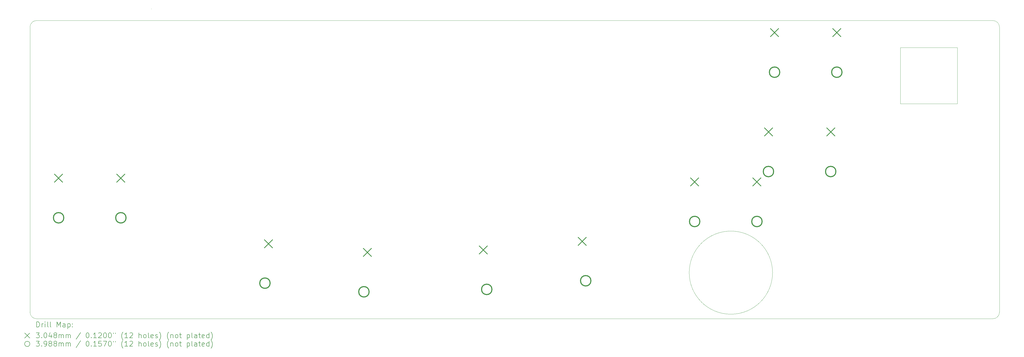
<source format=gbr>
%TF.GenerationSoftware,KiCad,Pcbnew,7.0.6*%
%TF.CreationDate,2023-09-01T00:58:07-07:00*%
%TF.ProjectId,top_plate,746f705f-706c-4617-9465-2e6b69636164,rev?*%
%TF.SameCoordinates,Original*%
%TF.FileFunction,Drillmap*%
%TF.FilePolarity,Positive*%
%FSLAX45Y45*%
G04 Gerber Fmt 4.5, Leading zero omitted, Abs format (unit mm)*
G04 Created by KiCad (PCBNEW 7.0.6) date 2023-09-01 00:58:07*
%MOMM*%
%LPD*%
G01*
G04 APERTURE LIST*
%ADD10C,0.200000*%
%ADD11C,0.100000*%
%ADD12C,0.050000*%
%ADD13C,0.304800*%
%ADD14C,0.398780*%
G04 APERTURE END LIST*
D10*
X7782570Y-8144277D02*
G75*
G03*
X7782570Y-8144277I0J0D01*
G01*
D11*
X3374810Y-8598768D02*
G75*
G03*
X3120810Y-8852767I-3J-253997D01*
G01*
D12*
X36495487Y-9636909D02*
X38679562Y-9636909D01*
X38679562Y-11795588D01*
X36495487Y-11795588D01*
X36495487Y-9636909D01*
D11*
X40044916Y-20064203D02*
X3374810Y-20064203D01*
D12*
X31596752Y-18290719D02*
G75*
G03*
X31596752Y-18290719I-1597915J0D01*
G01*
D11*
X40298916Y-8852767D02*
X40298916Y-19810203D01*
X40298913Y-8852767D02*
G75*
G03*
X40044916Y-8598767I-254003J-3D01*
G01*
X40044916Y-20064206D02*
G75*
G03*
X40298916Y-19810203I15J253986D01*
G01*
X3374810Y-8598767D02*
X40044916Y-8598767D01*
X3120810Y-19810203D02*
X3120810Y-8852767D01*
X3120807Y-19810203D02*
G75*
G03*
X3374810Y-20064203I254013J13D01*
G01*
D10*
D13*
X4065945Y-14508377D02*
X4370745Y-14813177D01*
X4370745Y-14508377D02*
X4065945Y-14813177D01*
X6453545Y-14508377D02*
X6758345Y-14813177D01*
X6758345Y-14508377D02*
X6453545Y-14813177D01*
X12110837Y-17026743D02*
X12415637Y-17331543D01*
X12415637Y-17026743D02*
X12110837Y-17331543D01*
X15906339Y-17358807D02*
X16211139Y-17663607D01*
X16211139Y-17358807D02*
X15906339Y-17663607D01*
X20351552Y-17266754D02*
X20656352Y-17571554D01*
X20656352Y-17266754D02*
X20351552Y-17571554D01*
X24147053Y-16934690D02*
X24451853Y-17239490D01*
X24451853Y-16934690D02*
X24147053Y-17239490D01*
X28457765Y-14650338D02*
X28762565Y-14955138D01*
X28762565Y-14650338D02*
X28457765Y-14955138D01*
X30845365Y-14650338D02*
X31150165Y-14955138D01*
X31150165Y-14650338D02*
X30845365Y-14955138D01*
X31286765Y-12730338D02*
X31591565Y-13035138D01*
X31591565Y-12730338D02*
X31286765Y-13035138D01*
X31521565Y-8910838D02*
X31826365Y-9215638D01*
X31826365Y-8910838D02*
X31521565Y-9215638D01*
X33674365Y-12730338D02*
X33979165Y-13035138D01*
X33979165Y-12730338D02*
X33674365Y-13035138D01*
X33909165Y-8910838D02*
X34213965Y-9215638D01*
X34213965Y-8910838D02*
X33909165Y-9215638D01*
D14*
X4417735Y-16181777D02*
G75*
G03*
X4417735Y-16181777I-199390J0D01*
G01*
X6805335Y-16181777D02*
G75*
G03*
X6805335Y-16181777I-199390J0D01*
G01*
X12330063Y-18694356D02*
G75*
G03*
X12330063Y-18694356I-199390J0D01*
G01*
X16125565Y-19026419D02*
G75*
G03*
X16125565Y-19026419I-199390J0D01*
G01*
X20835906Y-18934366D02*
G75*
G03*
X20835906Y-18934366I-199390J0D01*
G01*
X24631407Y-18602302D02*
G75*
G03*
X24631407Y-18602302I-199390J0D01*
G01*
X28809555Y-16323738D02*
G75*
G03*
X28809555Y-16323738I-199390J0D01*
G01*
X31197155Y-16323738D02*
G75*
G03*
X31197155Y-16323738I-199390J0D01*
G01*
X31638555Y-14403738D02*
G75*
G03*
X31638555Y-14403738I-199390J0D01*
G01*
X31873355Y-10584238D02*
G75*
G03*
X31873355Y-10584238I-199390J0D01*
G01*
X34026155Y-14403738D02*
G75*
G03*
X34026155Y-14403738I-199390J0D01*
G01*
X34260955Y-10584238D02*
G75*
G03*
X34260955Y-10584238I-199390J0D01*
G01*
D10*
X3376586Y-20380689D02*
X3376586Y-20180689D01*
X3376586Y-20180689D02*
X3424205Y-20180689D01*
X3424205Y-20180689D02*
X3452777Y-20190213D01*
X3452777Y-20190213D02*
X3471824Y-20209261D01*
X3471824Y-20209261D02*
X3481348Y-20228308D01*
X3481348Y-20228308D02*
X3490872Y-20266404D01*
X3490872Y-20266404D02*
X3490872Y-20294975D01*
X3490872Y-20294975D02*
X3481348Y-20333070D01*
X3481348Y-20333070D02*
X3471824Y-20352118D01*
X3471824Y-20352118D02*
X3452777Y-20371166D01*
X3452777Y-20371166D02*
X3424205Y-20380689D01*
X3424205Y-20380689D02*
X3376586Y-20380689D01*
X3576586Y-20380689D02*
X3576586Y-20247356D01*
X3576586Y-20285451D02*
X3586110Y-20266404D01*
X3586110Y-20266404D02*
X3595634Y-20256880D01*
X3595634Y-20256880D02*
X3614682Y-20247356D01*
X3614682Y-20247356D02*
X3633729Y-20247356D01*
X3700396Y-20380689D02*
X3700396Y-20247356D01*
X3700396Y-20180689D02*
X3690872Y-20190213D01*
X3690872Y-20190213D02*
X3700396Y-20199737D01*
X3700396Y-20199737D02*
X3709920Y-20190213D01*
X3709920Y-20190213D02*
X3700396Y-20180689D01*
X3700396Y-20180689D02*
X3700396Y-20199737D01*
X3824205Y-20380689D02*
X3805158Y-20371166D01*
X3805158Y-20371166D02*
X3795634Y-20352118D01*
X3795634Y-20352118D02*
X3795634Y-20180689D01*
X3928967Y-20380689D02*
X3909920Y-20371166D01*
X3909920Y-20371166D02*
X3900396Y-20352118D01*
X3900396Y-20352118D02*
X3900396Y-20180689D01*
X4157539Y-20380689D02*
X4157539Y-20180689D01*
X4157539Y-20180689D02*
X4224206Y-20323546D01*
X4224206Y-20323546D02*
X4290872Y-20180689D01*
X4290872Y-20180689D02*
X4290872Y-20380689D01*
X4471825Y-20380689D02*
X4471825Y-20275927D01*
X4471825Y-20275927D02*
X4462301Y-20256880D01*
X4462301Y-20256880D02*
X4443253Y-20247356D01*
X4443253Y-20247356D02*
X4405158Y-20247356D01*
X4405158Y-20247356D02*
X4386110Y-20256880D01*
X4471825Y-20371166D02*
X4452777Y-20380689D01*
X4452777Y-20380689D02*
X4405158Y-20380689D01*
X4405158Y-20380689D02*
X4386110Y-20371166D01*
X4386110Y-20371166D02*
X4376586Y-20352118D01*
X4376586Y-20352118D02*
X4376586Y-20333070D01*
X4376586Y-20333070D02*
X4386110Y-20314023D01*
X4386110Y-20314023D02*
X4405158Y-20304499D01*
X4405158Y-20304499D02*
X4452777Y-20304499D01*
X4452777Y-20304499D02*
X4471825Y-20294975D01*
X4567063Y-20247356D02*
X4567063Y-20447356D01*
X4567063Y-20256880D02*
X4586110Y-20247356D01*
X4586110Y-20247356D02*
X4624206Y-20247356D01*
X4624206Y-20247356D02*
X4643253Y-20256880D01*
X4643253Y-20256880D02*
X4652777Y-20266404D01*
X4652777Y-20266404D02*
X4662301Y-20285451D01*
X4662301Y-20285451D02*
X4662301Y-20342594D01*
X4662301Y-20342594D02*
X4652777Y-20361642D01*
X4652777Y-20361642D02*
X4643253Y-20371166D01*
X4643253Y-20371166D02*
X4624206Y-20380689D01*
X4624206Y-20380689D02*
X4586110Y-20380689D01*
X4586110Y-20380689D02*
X4567063Y-20371166D01*
X4748015Y-20361642D02*
X4757539Y-20371166D01*
X4757539Y-20371166D02*
X4748015Y-20380689D01*
X4748015Y-20380689D02*
X4738491Y-20371166D01*
X4738491Y-20371166D02*
X4748015Y-20361642D01*
X4748015Y-20361642D02*
X4748015Y-20380689D01*
X4748015Y-20256880D02*
X4757539Y-20266404D01*
X4757539Y-20266404D02*
X4748015Y-20275927D01*
X4748015Y-20275927D02*
X4738491Y-20266404D01*
X4738491Y-20266404D02*
X4748015Y-20256880D01*
X4748015Y-20256880D02*
X4748015Y-20275927D01*
X2915810Y-20609206D02*
X3115810Y-20809206D01*
X3115810Y-20609206D02*
X2915810Y-20809206D01*
X3357539Y-20600689D02*
X3481348Y-20600689D01*
X3481348Y-20600689D02*
X3414682Y-20676880D01*
X3414682Y-20676880D02*
X3443253Y-20676880D01*
X3443253Y-20676880D02*
X3462301Y-20686404D01*
X3462301Y-20686404D02*
X3471824Y-20695927D01*
X3471824Y-20695927D02*
X3481348Y-20714975D01*
X3481348Y-20714975D02*
X3481348Y-20762594D01*
X3481348Y-20762594D02*
X3471824Y-20781642D01*
X3471824Y-20781642D02*
X3462301Y-20791166D01*
X3462301Y-20791166D02*
X3443253Y-20800689D01*
X3443253Y-20800689D02*
X3386110Y-20800689D01*
X3386110Y-20800689D02*
X3367063Y-20791166D01*
X3367063Y-20791166D02*
X3357539Y-20781642D01*
X3567063Y-20781642D02*
X3576586Y-20791166D01*
X3576586Y-20791166D02*
X3567063Y-20800689D01*
X3567063Y-20800689D02*
X3557539Y-20791166D01*
X3557539Y-20791166D02*
X3567063Y-20781642D01*
X3567063Y-20781642D02*
X3567063Y-20800689D01*
X3700396Y-20600689D02*
X3719444Y-20600689D01*
X3719444Y-20600689D02*
X3738491Y-20610213D01*
X3738491Y-20610213D02*
X3748015Y-20619737D01*
X3748015Y-20619737D02*
X3757539Y-20638785D01*
X3757539Y-20638785D02*
X3767063Y-20676880D01*
X3767063Y-20676880D02*
X3767063Y-20724499D01*
X3767063Y-20724499D02*
X3757539Y-20762594D01*
X3757539Y-20762594D02*
X3748015Y-20781642D01*
X3748015Y-20781642D02*
X3738491Y-20791166D01*
X3738491Y-20791166D02*
X3719444Y-20800689D01*
X3719444Y-20800689D02*
X3700396Y-20800689D01*
X3700396Y-20800689D02*
X3681348Y-20791166D01*
X3681348Y-20791166D02*
X3671824Y-20781642D01*
X3671824Y-20781642D02*
X3662301Y-20762594D01*
X3662301Y-20762594D02*
X3652777Y-20724499D01*
X3652777Y-20724499D02*
X3652777Y-20676880D01*
X3652777Y-20676880D02*
X3662301Y-20638785D01*
X3662301Y-20638785D02*
X3671824Y-20619737D01*
X3671824Y-20619737D02*
X3681348Y-20610213D01*
X3681348Y-20610213D02*
X3700396Y-20600689D01*
X3938491Y-20667356D02*
X3938491Y-20800689D01*
X3890872Y-20591166D02*
X3843253Y-20734023D01*
X3843253Y-20734023D02*
X3967063Y-20734023D01*
X4071824Y-20686404D02*
X4052777Y-20676880D01*
X4052777Y-20676880D02*
X4043253Y-20667356D01*
X4043253Y-20667356D02*
X4033729Y-20648308D01*
X4033729Y-20648308D02*
X4033729Y-20638785D01*
X4033729Y-20638785D02*
X4043253Y-20619737D01*
X4043253Y-20619737D02*
X4052777Y-20610213D01*
X4052777Y-20610213D02*
X4071824Y-20600689D01*
X4071824Y-20600689D02*
X4109920Y-20600689D01*
X4109920Y-20600689D02*
X4128967Y-20610213D01*
X4128967Y-20610213D02*
X4138491Y-20619737D01*
X4138491Y-20619737D02*
X4148015Y-20638785D01*
X4148015Y-20638785D02*
X4148015Y-20648308D01*
X4148015Y-20648308D02*
X4138491Y-20667356D01*
X4138491Y-20667356D02*
X4128967Y-20676880D01*
X4128967Y-20676880D02*
X4109920Y-20686404D01*
X4109920Y-20686404D02*
X4071824Y-20686404D01*
X4071824Y-20686404D02*
X4052777Y-20695927D01*
X4052777Y-20695927D02*
X4043253Y-20705451D01*
X4043253Y-20705451D02*
X4033729Y-20724499D01*
X4033729Y-20724499D02*
X4033729Y-20762594D01*
X4033729Y-20762594D02*
X4043253Y-20781642D01*
X4043253Y-20781642D02*
X4052777Y-20791166D01*
X4052777Y-20791166D02*
X4071824Y-20800689D01*
X4071824Y-20800689D02*
X4109920Y-20800689D01*
X4109920Y-20800689D02*
X4128967Y-20791166D01*
X4128967Y-20791166D02*
X4138491Y-20781642D01*
X4138491Y-20781642D02*
X4148015Y-20762594D01*
X4148015Y-20762594D02*
X4148015Y-20724499D01*
X4148015Y-20724499D02*
X4138491Y-20705451D01*
X4138491Y-20705451D02*
X4128967Y-20695927D01*
X4128967Y-20695927D02*
X4109920Y-20686404D01*
X4233729Y-20800689D02*
X4233729Y-20667356D01*
X4233729Y-20686404D02*
X4243253Y-20676880D01*
X4243253Y-20676880D02*
X4262301Y-20667356D01*
X4262301Y-20667356D02*
X4290872Y-20667356D01*
X4290872Y-20667356D02*
X4309920Y-20676880D01*
X4309920Y-20676880D02*
X4319444Y-20695927D01*
X4319444Y-20695927D02*
X4319444Y-20800689D01*
X4319444Y-20695927D02*
X4328967Y-20676880D01*
X4328967Y-20676880D02*
X4348015Y-20667356D01*
X4348015Y-20667356D02*
X4376586Y-20667356D01*
X4376586Y-20667356D02*
X4395634Y-20676880D01*
X4395634Y-20676880D02*
X4405158Y-20695927D01*
X4405158Y-20695927D02*
X4405158Y-20800689D01*
X4500396Y-20800689D02*
X4500396Y-20667356D01*
X4500396Y-20686404D02*
X4509920Y-20676880D01*
X4509920Y-20676880D02*
X4528967Y-20667356D01*
X4528967Y-20667356D02*
X4557539Y-20667356D01*
X4557539Y-20667356D02*
X4576587Y-20676880D01*
X4576587Y-20676880D02*
X4586110Y-20695927D01*
X4586110Y-20695927D02*
X4586110Y-20800689D01*
X4586110Y-20695927D02*
X4595634Y-20676880D01*
X4595634Y-20676880D02*
X4614682Y-20667356D01*
X4614682Y-20667356D02*
X4643253Y-20667356D01*
X4643253Y-20667356D02*
X4662301Y-20676880D01*
X4662301Y-20676880D02*
X4671825Y-20695927D01*
X4671825Y-20695927D02*
X4671825Y-20800689D01*
X5062301Y-20591166D02*
X4890872Y-20848308D01*
X5319444Y-20600689D02*
X5338491Y-20600689D01*
X5338491Y-20600689D02*
X5357539Y-20610213D01*
X5357539Y-20610213D02*
X5367063Y-20619737D01*
X5367063Y-20619737D02*
X5376587Y-20638785D01*
X5376587Y-20638785D02*
X5386110Y-20676880D01*
X5386110Y-20676880D02*
X5386110Y-20724499D01*
X5386110Y-20724499D02*
X5376587Y-20762594D01*
X5376587Y-20762594D02*
X5367063Y-20781642D01*
X5367063Y-20781642D02*
X5357539Y-20791166D01*
X5357539Y-20791166D02*
X5338491Y-20800689D01*
X5338491Y-20800689D02*
X5319444Y-20800689D01*
X5319444Y-20800689D02*
X5300396Y-20791166D01*
X5300396Y-20791166D02*
X5290872Y-20781642D01*
X5290872Y-20781642D02*
X5281349Y-20762594D01*
X5281349Y-20762594D02*
X5271825Y-20724499D01*
X5271825Y-20724499D02*
X5271825Y-20676880D01*
X5271825Y-20676880D02*
X5281349Y-20638785D01*
X5281349Y-20638785D02*
X5290872Y-20619737D01*
X5290872Y-20619737D02*
X5300396Y-20610213D01*
X5300396Y-20610213D02*
X5319444Y-20600689D01*
X5471825Y-20781642D02*
X5481349Y-20791166D01*
X5481349Y-20791166D02*
X5471825Y-20800689D01*
X5471825Y-20800689D02*
X5462301Y-20791166D01*
X5462301Y-20791166D02*
X5471825Y-20781642D01*
X5471825Y-20781642D02*
X5471825Y-20800689D01*
X5671825Y-20800689D02*
X5557539Y-20800689D01*
X5614682Y-20800689D02*
X5614682Y-20600689D01*
X5614682Y-20600689D02*
X5595634Y-20629261D01*
X5595634Y-20629261D02*
X5576587Y-20648308D01*
X5576587Y-20648308D02*
X5557539Y-20657832D01*
X5748015Y-20619737D02*
X5757539Y-20610213D01*
X5757539Y-20610213D02*
X5776587Y-20600689D01*
X5776587Y-20600689D02*
X5824206Y-20600689D01*
X5824206Y-20600689D02*
X5843253Y-20610213D01*
X5843253Y-20610213D02*
X5852777Y-20619737D01*
X5852777Y-20619737D02*
X5862301Y-20638785D01*
X5862301Y-20638785D02*
X5862301Y-20657832D01*
X5862301Y-20657832D02*
X5852777Y-20686404D01*
X5852777Y-20686404D02*
X5738491Y-20800689D01*
X5738491Y-20800689D02*
X5862301Y-20800689D01*
X5986110Y-20600689D02*
X6005158Y-20600689D01*
X6005158Y-20600689D02*
X6024206Y-20610213D01*
X6024206Y-20610213D02*
X6033729Y-20619737D01*
X6033729Y-20619737D02*
X6043253Y-20638785D01*
X6043253Y-20638785D02*
X6052777Y-20676880D01*
X6052777Y-20676880D02*
X6052777Y-20724499D01*
X6052777Y-20724499D02*
X6043253Y-20762594D01*
X6043253Y-20762594D02*
X6033729Y-20781642D01*
X6033729Y-20781642D02*
X6024206Y-20791166D01*
X6024206Y-20791166D02*
X6005158Y-20800689D01*
X6005158Y-20800689D02*
X5986110Y-20800689D01*
X5986110Y-20800689D02*
X5967063Y-20791166D01*
X5967063Y-20791166D02*
X5957539Y-20781642D01*
X5957539Y-20781642D02*
X5948015Y-20762594D01*
X5948015Y-20762594D02*
X5938491Y-20724499D01*
X5938491Y-20724499D02*
X5938491Y-20676880D01*
X5938491Y-20676880D02*
X5948015Y-20638785D01*
X5948015Y-20638785D02*
X5957539Y-20619737D01*
X5957539Y-20619737D02*
X5967063Y-20610213D01*
X5967063Y-20610213D02*
X5986110Y-20600689D01*
X6176587Y-20600689D02*
X6195634Y-20600689D01*
X6195634Y-20600689D02*
X6214682Y-20610213D01*
X6214682Y-20610213D02*
X6224206Y-20619737D01*
X6224206Y-20619737D02*
X6233729Y-20638785D01*
X6233729Y-20638785D02*
X6243253Y-20676880D01*
X6243253Y-20676880D02*
X6243253Y-20724499D01*
X6243253Y-20724499D02*
X6233729Y-20762594D01*
X6233729Y-20762594D02*
X6224206Y-20781642D01*
X6224206Y-20781642D02*
X6214682Y-20791166D01*
X6214682Y-20791166D02*
X6195634Y-20800689D01*
X6195634Y-20800689D02*
X6176587Y-20800689D01*
X6176587Y-20800689D02*
X6157539Y-20791166D01*
X6157539Y-20791166D02*
X6148015Y-20781642D01*
X6148015Y-20781642D02*
X6138491Y-20762594D01*
X6138491Y-20762594D02*
X6128968Y-20724499D01*
X6128968Y-20724499D02*
X6128968Y-20676880D01*
X6128968Y-20676880D02*
X6138491Y-20638785D01*
X6138491Y-20638785D02*
X6148015Y-20619737D01*
X6148015Y-20619737D02*
X6157539Y-20610213D01*
X6157539Y-20610213D02*
X6176587Y-20600689D01*
X6319444Y-20600689D02*
X6319444Y-20638785D01*
X6395634Y-20600689D02*
X6395634Y-20638785D01*
X6690872Y-20876880D02*
X6681349Y-20867356D01*
X6681349Y-20867356D02*
X6662301Y-20838785D01*
X6662301Y-20838785D02*
X6652777Y-20819737D01*
X6652777Y-20819737D02*
X6643253Y-20791166D01*
X6643253Y-20791166D02*
X6633730Y-20743546D01*
X6633730Y-20743546D02*
X6633730Y-20705451D01*
X6633730Y-20705451D02*
X6643253Y-20657832D01*
X6643253Y-20657832D02*
X6652777Y-20629261D01*
X6652777Y-20629261D02*
X6662301Y-20610213D01*
X6662301Y-20610213D02*
X6681349Y-20581642D01*
X6681349Y-20581642D02*
X6690872Y-20572118D01*
X6871825Y-20800689D02*
X6757539Y-20800689D01*
X6814682Y-20800689D02*
X6814682Y-20600689D01*
X6814682Y-20600689D02*
X6795634Y-20629261D01*
X6795634Y-20629261D02*
X6776587Y-20648308D01*
X6776587Y-20648308D02*
X6757539Y-20657832D01*
X6948015Y-20619737D02*
X6957539Y-20610213D01*
X6957539Y-20610213D02*
X6976587Y-20600689D01*
X6976587Y-20600689D02*
X7024206Y-20600689D01*
X7024206Y-20600689D02*
X7043253Y-20610213D01*
X7043253Y-20610213D02*
X7052777Y-20619737D01*
X7052777Y-20619737D02*
X7062301Y-20638785D01*
X7062301Y-20638785D02*
X7062301Y-20657832D01*
X7062301Y-20657832D02*
X7052777Y-20686404D01*
X7052777Y-20686404D02*
X6938491Y-20800689D01*
X6938491Y-20800689D02*
X7062301Y-20800689D01*
X7300396Y-20800689D02*
X7300396Y-20600689D01*
X7386111Y-20800689D02*
X7386111Y-20695927D01*
X7386111Y-20695927D02*
X7376587Y-20676880D01*
X7376587Y-20676880D02*
X7357539Y-20667356D01*
X7357539Y-20667356D02*
X7328968Y-20667356D01*
X7328968Y-20667356D02*
X7309920Y-20676880D01*
X7309920Y-20676880D02*
X7300396Y-20686404D01*
X7509920Y-20800689D02*
X7490872Y-20791166D01*
X7490872Y-20791166D02*
X7481349Y-20781642D01*
X7481349Y-20781642D02*
X7471825Y-20762594D01*
X7471825Y-20762594D02*
X7471825Y-20705451D01*
X7471825Y-20705451D02*
X7481349Y-20686404D01*
X7481349Y-20686404D02*
X7490872Y-20676880D01*
X7490872Y-20676880D02*
X7509920Y-20667356D01*
X7509920Y-20667356D02*
X7538492Y-20667356D01*
X7538492Y-20667356D02*
X7557539Y-20676880D01*
X7557539Y-20676880D02*
X7567063Y-20686404D01*
X7567063Y-20686404D02*
X7576587Y-20705451D01*
X7576587Y-20705451D02*
X7576587Y-20762594D01*
X7576587Y-20762594D02*
X7567063Y-20781642D01*
X7567063Y-20781642D02*
X7557539Y-20791166D01*
X7557539Y-20791166D02*
X7538492Y-20800689D01*
X7538492Y-20800689D02*
X7509920Y-20800689D01*
X7690872Y-20800689D02*
X7671825Y-20791166D01*
X7671825Y-20791166D02*
X7662301Y-20772118D01*
X7662301Y-20772118D02*
X7662301Y-20600689D01*
X7843253Y-20791166D02*
X7824206Y-20800689D01*
X7824206Y-20800689D02*
X7786111Y-20800689D01*
X7786111Y-20800689D02*
X7767063Y-20791166D01*
X7767063Y-20791166D02*
X7757539Y-20772118D01*
X7757539Y-20772118D02*
X7757539Y-20695927D01*
X7757539Y-20695927D02*
X7767063Y-20676880D01*
X7767063Y-20676880D02*
X7786111Y-20667356D01*
X7786111Y-20667356D02*
X7824206Y-20667356D01*
X7824206Y-20667356D02*
X7843253Y-20676880D01*
X7843253Y-20676880D02*
X7852777Y-20695927D01*
X7852777Y-20695927D02*
X7852777Y-20714975D01*
X7852777Y-20714975D02*
X7757539Y-20734023D01*
X7928968Y-20791166D02*
X7948015Y-20800689D01*
X7948015Y-20800689D02*
X7986111Y-20800689D01*
X7986111Y-20800689D02*
X8005158Y-20791166D01*
X8005158Y-20791166D02*
X8014682Y-20772118D01*
X8014682Y-20772118D02*
X8014682Y-20762594D01*
X8014682Y-20762594D02*
X8005158Y-20743546D01*
X8005158Y-20743546D02*
X7986111Y-20734023D01*
X7986111Y-20734023D02*
X7957539Y-20734023D01*
X7957539Y-20734023D02*
X7938492Y-20724499D01*
X7938492Y-20724499D02*
X7928968Y-20705451D01*
X7928968Y-20705451D02*
X7928968Y-20695927D01*
X7928968Y-20695927D02*
X7938492Y-20676880D01*
X7938492Y-20676880D02*
X7957539Y-20667356D01*
X7957539Y-20667356D02*
X7986111Y-20667356D01*
X7986111Y-20667356D02*
X8005158Y-20676880D01*
X8081349Y-20876880D02*
X8090873Y-20867356D01*
X8090873Y-20867356D02*
X8109920Y-20838785D01*
X8109920Y-20838785D02*
X8119444Y-20819737D01*
X8119444Y-20819737D02*
X8128968Y-20791166D01*
X8128968Y-20791166D02*
X8138492Y-20743546D01*
X8138492Y-20743546D02*
X8138492Y-20705451D01*
X8138492Y-20705451D02*
X8128968Y-20657832D01*
X8128968Y-20657832D02*
X8119444Y-20629261D01*
X8119444Y-20629261D02*
X8109920Y-20610213D01*
X8109920Y-20610213D02*
X8090873Y-20581642D01*
X8090873Y-20581642D02*
X8081349Y-20572118D01*
X8443254Y-20876880D02*
X8433730Y-20867356D01*
X8433730Y-20867356D02*
X8414682Y-20838785D01*
X8414682Y-20838785D02*
X8405158Y-20819737D01*
X8405158Y-20819737D02*
X8395635Y-20791166D01*
X8395635Y-20791166D02*
X8386111Y-20743546D01*
X8386111Y-20743546D02*
X8386111Y-20705451D01*
X8386111Y-20705451D02*
X8395635Y-20657832D01*
X8395635Y-20657832D02*
X8405158Y-20629261D01*
X8405158Y-20629261D02*
X8414682Y-20610213D01*
X8414682Y-20610213D02*
X8433730Y-20581642D01*
X8433730Y-20581642D02*
X8443254Y-20572118D01*
X8519444Y-20667356D02*
X8519444Y-20800689D01*
X8519444Y-20686404D02*
X8528968Y-20676880D01*
X8528968Y-20676880D02*
X8548015Y-20667356D01*
X8548015Y-20667356D02*
X8576587Y-20667356D01*
X8576587Y-20667356D02*
X8595635Y-20676880D01*
X8595635Y-20676880D02*
X8605158Y-20695927D01*
X8605158Y-20695927D02*
X8605158Y-20800689D01*
X8728968Y-20800689D02*
X8709920Y-20791166D01*
X8709920Y-20791166D02*
X8700396Y-20781642D01*
X8700396Y-20781642D02*
X8690873Y-20762594D01*
X8690873Y-20762594D02*
X8690873Y-20705451D01*
X8690873Y-20705451D02*
X8700396Y-20686404D01*
X8700396Y-20686404D02*
X8709920Y-20676880D01*
X8709920Y-20676880D02*
X8728968Y-20667356D01*
X8728968Y-20667356D02*
X8757539Y-20667356D01*
X8757539Y-20667356D02*
X8776587Y-20676880D01*
X8776587Y-20676880D02*
X8786111Y-20686404D01*
X8786111Y-20686404D02*
X8795635Y-20705451D01*
X8795635Y-20705451D02*
X8795635Y-20762594D01*
X8795635Y-20762594D02*
X8786111Y-20781642D01*
X8786111Y-20781642D02*
X8776587Y-20791166D01*
X8776587Y-20791166D02*
X8757539Y-20800689D01*
X8757539Y-20800689D02*
X8728968Y-20800689D01*
X8852777Y-20667356D02*
X8928968Y-20667356D01*
X8881349Y-20600689D02*
X8881349Y-20772118D01*
X8881349Y-20772118D02*
X8890873Y-20791166D01*
X8890873Y-20791166D02*
X8909920Y-20800689D01*
X8909920Y-20800689D02*
X8928968Y-20800689D01*
X9148016Y-20667356D02*
X9148016Y-20867356D01*
X9148016Y-20676880D02*
X9167063Y-20667356D01*
X9167063Y-20667356D02*
X9205158Y-20667356D01*
X9205158Y-20667356D02*
X9224206Y-20676880D01*
X9224206Y-20676880D02*
X9233730Y-20686404D01*
X9233730Y-20686404D02*
X9243254Y-20705451D01*
X9243254Y-20705451D02*
X9243254Y-20762594D01*
X9243254Y-20762594D02*
X9233730Y-20781642D01*
X9233730Y-20781642D02*
X9224206Y-20791166D01*
X9224206Y-20791166D02*
X9205158Y-20800689D01*
X9205158Y-20800689D02*
X9167063Y-20800689D01*
X9167063Y-20800689D02*
X9148016Y-20791166D01*
X9357539Y-20800689D02*
X9338492Y-20791166D01*
X9338492Y-20791166D02*
X9328968Y-20772118D01*
X9328968Y-20772118D02*
X9328968Y-20600689D01*
X9519444Y-20800689D02*
X9519444Y-20695927D01*
X9519444Y-20695927D02*
X9509920Y-20676880D01*
X9509920Y-20676880D02*
X9490873Y-20667356D01*
X9490873Y-20667356D02*
X9452777Y-20667356D01*
X9452777Y-20667356D02*
X9433730Y-20676880D01*
X9519444Y-20791166D02*
X9500397Y-20800689D01*
X9500397Y-20800689D02*
X9452777Y-20800689D01*
X9452777Y-20800689D02*
X9433730Y-20791166D01*
X9433730Y-20791166D02*
X9424206Y-20772118D01*
X9424206Y-20772118D02*
X9424206Y-20753070D01*
X9424206Y-20753070D02*
X9433730Y-20734023D01*
X9433730Y-20734023D02*
X9452777Y-20724499D01*
X9452777Y-20724499D02*
X9500397Y-20724499D01*
X9500397Y-20724499D02*
X9519444Y-20714975D01*
X9586111Y-20667356D02*
X9662301Y-20667356D01*
X9614682Y-20600689D02*
X9614682Y-20772118D01*
X9614682Y-20772118D02*
X9624206Y-20791166D01*
X9624206Y-20791166D02*
X9643254Y-20800689D01*
X9643254Y-20800689D02*
X9662301Y-20800689D01*
X9805158Y-20791166D02*
X9786111Y-20800689D01*
X9786111Y-20800689D02*
X9748016Y-20800689D01*
X9748016Y-20800689D02*
X9728968Y-20791166D01*
X9728968Y-20791166D02*
X9719444Y-20772118D01*
X9719444Y-20772118D02*
X9719444Y-20695927D01*
X9719444Y-20695927D02*
X9728968Y-20676880D01*
X9728968Y-20676880D02*
X9748016Y-20667356D01*
X9748016Y-20667356D02*
X9786111Y-20667356D01*
X9786111Y-20667356D02*
X9805158Y-20676880D01*
X9805158Y-20676880D02*
X9814682Y-20695927D01*
X9814682Y-20695927D02*
X9814682Y-20714975D01*
X9814682Y-20714975D02*
X9719444Y-20734023D01*
X9986111Y-20800689D02*
X9986111Y-20600689D01*
X9986111Y-20791166D02*
X9967063Y-20800689D01*
X9967063Y-20800689D02*
X9928968Y-20800689D01*
X9928968Y-20800689D02*
X9909920Y-20791166D01*
X9909920Y-20791166D02*
X9900397Y-20781642D01*
X9900397Y-20781642D02*
X9890873Y-20762594D01*
X9890873Y-20762594D02*
X9890873Y-20705451D01*
X9890873Y-20705451D02*
X9900397Y-20686404D01*
X9900397Y-20686404D02*
X9909920Y-20676880D01*
X9909920Y-20676880D02*
X9928968Y-20667356D01*
X9928968Y-20667356D02*
X9967063Y-20667356D01*
X9967063Y-20667356D02*
X9986111Y-20676880D01*
X10062301Y-20876880D02*
X10071825Y-20867356D01*
X10071825Y-20867356D02*
X10090873Y-20838785D01*
X10090873Y-20838785D02*
X10100397Y-20819737D01*
X10100397Y-20819737D02*
X10109920Y-20791166D01*
X10109920Y-20791166D02*
X10119444Y-20743546D01*
X10119444Y-20743546D02*
X10119444Y-20705451D01*
X10119444Y-20705451D02*
X10109920Y-20657832D01*
X10109920Y-20657832D02*
X10100397Y-20629261D01*
X10100397Y-20629261D02*
X10090873Y-20610213D01*
X10090873Y-20610213D02*
X10071825Y-20581642D01*
X10071825Y-20581642D02*
X10062301Y-20572118D01*
X3115810Y-21029206D02*
G75*
G03*
X3115810Y-21029206I-100000J0D01*
G01*
X3357539Y-20920689D02*
X3481348Y-20920689D01*
X3481348Y-20920689D02*
X3414682Y-20996880D01*
X3414682Y-20996880D02*
X3443253Y-20996880D01*
X3443253Y-20996880D02*
X3462301Y-21006404D01*
X3462301Y-21006404D02*
X3471824Y-21015927D01*
X3471824Y-21015927D02*
X3481348Y-21034975D01*
X3481348Y-21034975D02*
X3481348Y-21082594D01*
X3481348Y-21082594D02*
X3471824Y-21101642D01*
X3471824Y-21101642D02*
X3462301Y-21111166D01*
X3462301Y-21111166D02*
X3443253Y-21120689D01*
X3443253Y-21120689D02*
X3386110Y-21120689D01*
X3386110Y-21120689D02*
X3367063Y-21111166D01*
X3367063Y-21111166D02*
X3357539Y-21101642D01*
X3567063Y-21101642D02*
X3576586Y-21111166D01*
X3576586Y-21111166D02*
X3567063Y-21120689D01*
X3567063Y-21120689D02*
X3557539Y-21111166D01*
X3557539Y-21111166D02*
X3567063Y-21101642D01*
X3567063Y-21101642D02*
X3567063Y-21120689D01*
X3671824Y-21120689D02*
X3709920Y-21120689D01*
X3709920Y-21120689D02*
X3728967Y-21111166D01*
X3728967Y-21111166D02*
X3738491Y-21101642D01*
X3738491Y-21101642D02*
X3757539Y-21073070D01*
X3757539Y-21073070D02*
X3767063Y-21034975D01*
X3767063Y-21034975D02*
X3767063Y-20958785D01*
X3767063Y-20958785D02*
X3757539Y-20939737D01*
X3757539Y-20939737D02*
X3748015Y-20930213D01*
X3748015Y-20930213D02*
X3728967Y-20920689D01*
X3728967Y-20920689D02*
X3690872Y-20920689D01*
X3690872Y-20920689D02*
X3671824Y-20930213D01*
X3671824Y-20930213D02*
X3662301Y-20939737D01*
X3662301Y-20939737D02*
X3652777Y-20958785D01*
X3652777Y-20958785D02*
X3652777Y-21006404D01*
X3652777Y-21006404D02*
X3662301Y-21025451D01*
X3662301Y-21025451D02*
X3671824Y-21034975D01*
X3671824Y-21034975D02*
X3690872Y-21044499D01*
X3690872Y-21044499D02*
X3728967Y-21044499D01*
X3728967Y-21044499D02*
X3748015Y-21034975D01*
X3748015Y-21034975D02*
X3757539Y-21025451D01*
X3757539Y-21025451D02*
X3767063Y-21006404D01*
X3881348Y-21006404D02*
X3862301Y-20996880D01*
X3862301Y-20996880D02*
X3852777Y-20987356D01*
X3852777Y-20987356D02*
X3843253Y-20968308D01*
X3843253Y-20968308D02*
X3843253Y-20958785D01*
X3843253Y-20958785D02*
X3852777Y-20939737D01*
X3852777Y-20939737D02*
X3862301Y-20930213D01*
X3862301Y-20930213D02*
X3881348Y-20920689D01*
X3881348Y-20920689D02*
X3919444Y-20920689D01*
X3919444Y-20920689D02*
X3938491Y-20930213D01*
X3938491Y-20930213D02*
X3948015Y-20939737D01*
X3948015Y-20939737D02*
X3957539Y-20958785D01*
X3957539Y-20958785D02*
X3957539Y-20968308D01*
X3957539Y-20968308D02*
X3948015Y-20987356D01*
X3948015Y-20987356D02*
X3938491Y-20996880D01*
X3938491Y-20996880D02*
X3919444Y-21006404D01*
X3919444Y-21006404D02*
X3881348Y-21006404D01*
X3881348Y-21006404D02*
X3862301Y-21015927D01*
X3862301Y-21015927D02*
X3852777Y-21025451D01*
X3852777Y-21025451D02*
X3843253Y-21044499D01*
X3843253Y-21044499D02*
X3843253Y-21082594D01*
X3843253Y-21082594D02*
X3852777Y-21101642D01*
X3852777Y-21101642D02*
X3862301Y-21111166D01*
X3862301Y-21111166D02*
X3881348Y-21120689D01*
X3881348Y-21120689D02*
X3919444Y-21120689D01*
X3919444Y-21120689D02*
X3938491Y-21111166D01*
X3938491Y-21111166D02*
X3948015Y-21101642D01*
X3948015Y-21101642D02*
X3957539Y-21082594D01*
X3957539Y-21082594D02*
X3957539Y-21044499D01*
X3957539Y-21044499D02*
X3948015Y-21025451D01*
X3948015Y-21025451D02*
X3938491Y-21015927D01*
X3938491Y-21015927D02*
X3919444Y-21006404D01*
X4071824Y-21006404D02*
X4052777Y-20996880D01*
X4052777Y-20996880D02*
X4043253Y-20987356D01*
X4043253Y-20987356D02*
X4033729Y-20968308D01*
X4033729Y-20968308D02*
X4033729Y-20958785D01*
X4033729Y-20958785D02*
X4043253Y-20939737D01*
X4043253Y-20939737D02*
X4052777Y-20930213D01*
X4052777Y-20930213D02*
X4071824Y-20920689D01*
X4071824Y-20920689D02*
X4109920Y-20920689D01*
X4109920Y-20920689D02*
X4128967Y-20930213D01*
X4128967Y-20930213D02*
X4138491Y-20939737D01*
X4138491Y-20939737D02*
X4148015Y-20958785D01*
X4148015Y-20958785D02*
X4148015Y-20968308D01*
X4148015Y-20968308D02*
X4138491Y-20987356D01*
X4138491Y-20987356D02*
X4128967Y-20996880D01*
X4128967Y-20996880D02*
X4109920Y-21006404D01*
X4109920Y-21006404D02*
X4071824Y-21006404D01*
X4071824Y-21006404D02*
X4052777Y-21015927D01*
X4052777Y-21015927D02*
X4043253Y-21025451D01*
X4043253Y-21025451D02*
X4033729Y-21044499D01*
X4033729Y-21044499D02*
X4033729Y-21082594D01*
X4033729Y-21082594D02*
X4043253Y-21101642D01*
X4043253Y-21101642D02*
X4052777Y-21111166D01*
X4052777Y-21111166D02*
X4071824Y-21120689D01*
X4071824Y-21120689D02*
X4109920Y-21120689D01*
X4109920Y-21120689D02*
X4128967Y-21111166D01*
X4128967Y-21111166D02*
X4138491Y-21101642D01*
X4138491Y-21101642D02*
X4148015Y-21082594D01*
X4148015Y-21082594D02*
X4148015Y-21044499D01*
X4148015Y-21044499D02*
X4138491Y-21025451D01*
X4138491Y-21025451D02*
X4128967Y-21015927D01*
X4128967Y-21015927D02*
X4109920Y-21006404D01*
X4233729Y-21120689D02*
X4233729Y-20987356D01*
X4233729Y-21006404D02*
X4243253Y-20996880D01*
X4243253Y-20996880D02*
X4262301Y-20987356D01*
X4262301Y-20987356D02*
X4290872Y-20987356D01*
X4290872Y-20987356D02*
X4309920Y-20996880D01*
X4309920Y-20996880D02*
X4319444Y-21015927D01*
X4319444Y-21015927D02*
X4319444Y-21120689D01*
X4319444Y-21015927D02*
X4328967Y-20996880D01*
X4328967Y-20996880D02*
X4348015Y-20987356D01*
X4348015Y-20987356D02*
X4376586Y-20987356D01*
X4376586Y-20987356D02*
X4395634Y-20996880D01*
X4395634Y-20996880D02*
X4405158Y-21015927D01*
X4405158Y-21015927D02*
X4405158Y-21120689D01*
X4500396Y-21120689D02*
X4500396Y-20987356D01*
X4500396Y-21006404D02*
X4509920Y-20996880D01*
X4509920Y-20996880D02*
X4528967Y-20987356D01*
X4528967Y-20987356D02*
X4557539Y-20987356D01*
X4557539Y-20987356D02*
X4576587Y-20996880D01*
X4576587Y-20996880D02*
X4586110Y-21015927D01*
X4586110Y-21015927D02*
X4586110Y-21120689D01*
X4586110Y-21015927D02*
X4595634Y-20996880D01*
X4595634Y-20996880D02*
X4614682Y-20987356D01*
X4614682Y-20987356D02*
X4643253Y-20987356D01*
X4643253Y-20987356D02*
X4662301Y-20996880D01*
X4662301Y-20996880D02*
X4671825Y-21015927D01*
X4671825Y-21015927D02*
X4671825Y-21120689D01*
X5062301Y-20911166D02*
X4890872Y-21168308D01*
X5319444Y-20920689D02*
X5338491Y-20920689D01*
X5338491Y-20920689D02*
X5357539Y-20930213D01*
X5357539Y-20930213D02*
X5367063Y-20939737D01*
X5367063Y-20939737D02*
X5376587Y-20958785D01*
X5376587Y-20958785D02*
X5386110Y-20996880D01*
X5386110Y-20996880D02*
X5386110Y-21044499D01*
X5386110Y-21044499D02*
X5376587Y-21082594D01*
X5376587Y-21082594D02*
X5367063Y-21101642D01*
X5367063Y-21101642D02*
X5357539Y-21111166D01*
X5357539Y-21111166D02*
X5338491Y-21120689D01*
X5338491Y-21120689D02*
X5319444Y-21120689D01*
X5319444Y-21120689D02*
X5300396Y-21111166D01*
X5300396Y-21111166D02*
X5290872Y-21101642D01*
X5290872Y-21101642D02*
X5281349Y-21082594D01*
X5281349Y-21082594D02*
X5271825Y-21044499D01*
X5271825Y-21044499D02*
X5271825Y-20996880D01*
X5271825Y-20996880D02*
X5281349Y-20958785D01*
X5281349Y-20958785D02*
X5290872Y-20939737D01*
X5290872Y-20939737D02*
X5300396Y-20930213D01*
X5300396Y-20930213D02*
X5319444Y-20920689D01*
X5471825Y-21101642D02*
X5481349Y-21111166D01*
X5481349Y-21111166D02*
X5471825Y-21120689D01*
X5471825Y-21120689D02*
X5462301Y-21111166D01*
X5462301Y-21111166D02*
X5471825Y-21101642D01*
X5471825Y-21101642D02*
X5471825Y-21120689D01*
X5671825Y-21120689D02*
X5557539Y-21120689D01*
X5614682Y-21120689D02*
X5614682Y-20920689D01*
X5614682Y-20920689D02*
X5595634Y-20949261D01*
X5595634Y-20949261D02*
X5576587Y-20968308D01*
X5576587Y-20968308D02*
X5557539Y-20977832D01*
X5852777Y-20920689D02*
X5757539Y-20920689D01*
X5757539Y-20920689D02*
X5748015Y-21015927D01*
X5748015Y-21015927D02*
X5757539Y-21006404D01*
X5757539Y-21006404D02*
X5776587Y-20996880D01*
X5776587Y-20996880D02*
X5824206Y-20996880D01*
X5824206Y-20996880D02*
X5843253Y-21006404D01*
X5843253Y-21006404D02*
X5852777Y-21015927D01*
X5852777Y-21015927D02*
X5862301Y-21034975D01*
X5862301Y-21034975D02*
X5862301Y-21082594D01*
X5862301Y-21082594D02*
X5852777Y-21101642D01*
X5852777Y-21101642D02*
X5843253Y-21111166D01*
X5843253Y-21111166D02*
X5824206Y-21120689D01*
X5824206Y-21120689D02*
X5776587Y-21120689D01*
X5776587Y-21120689D02*
X5757539Y-21111166D01*
X5757539Y-21111166D02*
X5748015Y-21101642D01*
X5928968Y-20920689D02*
X6062301Y-20920689D01*
X6062301Y-20920689D02*
X5976587Y-21120689D01*
X6176587Y-20920689D02*
X6195634Y-20920689D01*
X6195634Y-20920689D02*
X6214682Y-20930213D01*
X6214682Y-20930213D02*
X6224206Y-20939737D01*
X6224206Y-20939737D02*
X6233729Y-20958785D01*
X6233729Y-20958785D02*
X6243253Y-20996880D01*
X6243253Y-20996880D02*
X6243253Y-21044499D01*
X6243253Y-21044499D02*
X6233729Y-21082594D01*
X6233729Y-21082594D02*
X6224206Y-21101642D01*
X6224206Y-21101642D02*
X6214682Y-21111166D01*
X6214682Y-21111166D02*
X6195634Y-21120689D01*
X6195634Y-21120689D02*
X6176587Y-21120689D01*
X6176587Y-21120689D02*
X6157539Y-21111166D01*
X6157539Y-21111166D02*
X6148015Y-21101642D01*
X6148015Y-21101642D02*
X6138491Y-21082594D01*
X6138491Y-21082594D02*
X6128968Y-21044499D01*
X6128968Y-21044499D02*
X6128968Y-20996880D01*
X6128968Y-20996880D02*
X6138491Y-20958785D01*
X6138491Y-20958785D02*
X6148015Y-20939737D01*
X6148015Y-20939737D02*
X6157539Y-20930213D01*
X6157539Y-20930213D02*
X6176587Y-20920689D01*
X6319444Y-20920689D02*
X6319444Y-20958785D01*
X6395634Y-20920689D02*
X6395634Y-20958785D01*
X6690872Y-21196880D02*
X6681349Y-21187356D01*
X6681349Y-21187356D02*
X6662301Y-21158785D01*
X6662301Y-21158785D02*
X6652777Y-21139737D01*
X6652777Y-21139737D02*
X6643253Y-21111166D01*
X6643253Y-21111166D02*
X6633730Y-21063546D01*
X6633730Y-21063546D02*
X6633730Y-21025451D01*
X6633730Y-21025451D02*
X6643253Y-20977832D01*
X6643253Y-20977832D02*
X6652777Y-20949261D01*
X6652777Y-20949261D02*
X6662301Y-20930213D01*
X6662301Y-20930213D02*
X6681349Y-20901642D01*
X6681349Y-20901642D02*
X6690872Y-20892118D01*
X6871825Y-21120689D02*
X6757539Y-21120689D01*
X6814682Y-21120689D02*
X6814682Y-20920689D01*
X6814682Y-20920689D02*
X6795634Y-20949261D01*
X6795634Y-20949261D02*
X6776587Y-20968308D01*
X6776587Y-20968308D02*
X6757539Y-20977832D01*
X6948015Y-20939737D02*
X6957539Y-20930213D01*
X6957539Y-20930213D02*
X6976587Y-20920689D01*
X6976587Y-20920689D02*
X7024206Y-20920689D01*
X7024206Y-20920689D02*
X7043253Y-20930213D01*
X7043253Y-20930213D02*
X7052777Y-20939737D01*
X7052777Y-20939737D02*
X7062301Y-20958785D01*
X7062301Y-20958785D02*
X7062301Y-20977832D01*
X7062301Y-20977832D02*
X7052777Y-21006404D01*
X7052777Y-21006404D02*
X6938491Y-21120689D01*
X6938491Y-21120689D02*
X7062301Y-21120689D01*
X7300396Y-21120689D02*
X7300396Y-20920689D01*
X7386111Y-21120689D02*
X7386111Y-21015927D01*
X7386111Y-21015927D02*
X7376587Y-20996880D01*
X7376587Y-20996880D02*
X7357539Y-20987356D01*
X7357539Y-20987356D02*
X7328968Y-20987356D01*
X7328968Y-20987356D02*
X7309920Y-20996880D01*
X7309920Y-20996880D02*
X7300396Y-21006404D01*
X7509920Y-21120689D02*
X7490872Y-21111166D01*
X7490872Y-21111166D02*
X7481349Y-21101642D01*
X7481349Y-21101642D02*
X7471825Y-21082594D01*
X7471825Y-21082594D02*
X7471825Y-21025451D01*
X7471825Y-21025451D02*
X7481349Y-21006404D01*
X7481349Y-21006404D02*
X7490872Y-20996880D01*
X7490872Y-20996880D02*
X7509920Y-20987356D01*
X7509920Y-20987356D02*
X7538492Y-20987356D01*
X7538492Y-20987356D02*
X7557539Y-20996880D01*
X7557539Y-20996880D02*
X7567063Y-21006404D01*
X7567063Y-21006404D02*
X7576587Y-21025451D01*
X7576587Y-21025451D02*
X7576587Y-21082594D01*
X7576587Y-21082594D02*
X7567063Y-21101642D01*
X7567063Y-21101642D02*
X7557539Y-21111166D01*
X7557539Y-21111166D02*
X7538492Y-21120689D01*
X7538492Y-21120689D02*
X7509920Y-21120689D01*
X7690872Y-21120689D02*
X7671825Y-21111166D01*
X7671825Y-21111166D02*
X7662301Y-21092118D01*
X7662301Y-21092118D02*
X7662301Y-20920689D01*
X7843253Y-21111166D02*
X7824206Y-21120689D01*
X7824206Y-21120689D02*
X7786111Y-21120689D01*
X7786111Y-21120689D02*
X7767063Y-21111166D01*
X7767063Y-21111166D02*
X7757539Y-21092118D01*
X7757539Y-21092118D02*
X7757539Y-21015927D01*
X7757539Y-21015927D02*
X7767063Y-20996880D01*
X7767063Y-20996880D02*
X7786111Y-20987356D01*
X7786111Y-20987356D02*
X7824206Y-20987356D01*
X7824206Y-20987356D02*
X7843253Y-20996880D01*
X7843253Y-20996880D02*
X7852777Y-21015927D01*
X7852777Y-21015927D02*
X7852777Y-21034975D01*
X7852777Y-21034975D02*
X7757539Y-21054023D01*
X7928968Y-21111166D02*
X7948015Y-21120689D01*
X7948015Y-21120689D02*
X7986111Y-21120689D01*
X7986111Y-21120689D02*
X8005158Y-21111166D01*
X8005158Y-21111166D02*
X8014682Y-21092118D01*
X8014682Y-21092118D02*
X8014682Y-21082594D01*
X8014682Y-21082594D02*
X8005158Y-21063546D01*
X8005158Y-21063546D02*
X7986111Y-21054023D01*
X7986111Y-21054023D02*
X7957539Y-21054023D01*
X7957539Y-21054023D02*
X7938492Y-21044499D01*
X7938492Y-21044499D02*
X7928968Y-21025451D01*
X7928968Y-21025451D02*
X7928968Y-21015927D01*
X7928968Y-21015927D02*
X7938492Y-20996880D01*
X7938492Y-20996880D02*
X7957539Y-20987356D01*
X7957539Y-20987356D02*
X7986111Y-20987356D01*
X7986111Y-20987356D02*
X8005158Y-20996880D01*
X8081349Y-21196880D02*
X8090873Y-21187356D01*
X8090873Y-21187356D02*
X8109920Y-21158785D01*
X8109920Y-21158785D02*
X8119444Y-21139737D01*
X8119444Y-21139737D02*
X8128968Y-21111166D01*
X8128968Y-21111166D02*
X8138492Y-21063546D01*
X8138492Y-21063546D02*
X8138492Y-21025451D01*
X8138492Y-21025451D02*
X8128968Y-20977832D01*
X8128968Y-20977832D02*
X8119444Y-20949261D01*
X8119444Y-20949261D02*
X8109920Y-20930213D01*
X8109920Y-20930213D02*
X8090873Y-20901642D01*
X8090873Y-20901642D02*
X8081349Y-20892118D01*
X8443254Y-21196880D02*
X8433730Y-21187356D01*
X8433730Y-21187356D02*
X8414682Y-21158785D01*
X8414682Y-21158785D02*
X8405158Y-21139737D01*
X8405158Y-21139737D02*
X8395635Y-21111166D01*
X8395635Y-21111166D02*
X8386111Y-21063546D01*
X8386111Y-21063546D02*
X8386111Y-21025451D01*
X8386111Y-21025451D02*
X8395635Y-20977832D01*
X8395635Y-20977832D02*
X8405158Y-20949261D01*
X8405158Y-20949261D02*
X8414682Y-20930213D01*
X8414682Y-20930213D02*
X8433730Y-20901642D01*
X8433730Y-20901642D02*
X8443254Y-20892118D01*
X8519444Y-20987356D02*
X8519444Y-21120689D01*
X8519444Y-21006404D02*
X8528968Y-20996880D01*
X8528968Y-20996880D02*
X8548015Y-20987356D01*
X8548015Y-20987356D02*
X8576587Y-20987356D01*
X8576587Y-20987356D02*
X8595635Y-20996880D01*
X8595635Y-20996880D02*
X8605158Y-21015927D01*
X8605158Y-21015927D02*
X8605158Y-21120689D01*
X8728968Y-21120689D02*
X8709920Y-21111166D01*
X8709920Y-21111166D02*
X8700396Y-21101642D01*
X8700396Y-21101642D02*
X8690873Y-21082594D01*
X8690873Y-21082594D02*
X8690873Y-21025451D01*
X8690873Y-21025451D02*
X8700396Y-21006404D01*
X8700396Y-21006404D02*
X8709920Y-20996880D01*
X8709920Y-20996880D02*
X8728968Y-20987356D01*
X8728968Y-20987356D02*
X8757539Y-20987356D01*
X8757539Y-20987356D02*
X8776587Y-20996880D01*
X8776587Y-20996880D02*
X8786111Y-21006404D01*
X8786111Y-21006404D02*
X8795635Y-21025451D01*
X8795635Y-21025451D02*
X8795635Y-21082594D01*
X8795635Y-21082594D02*
X8786111Y-21101642D01*
X8786111Y-21101642D02*
X8776587Y-21111166D01*
X8776587Y-21111166D02*
X8757539Y-21120689D01*
X8757539Y-21120689D02*
X8728968Y-21120689D01*
X8852777Y-20987356D02*
X8928968Y-20987356D01*
X8881349Y-20920689D02*
X8881349Y-21092118D01*
X8881349Y-21092118D02*
X8890873Y-21111166D01*
X8890873Y-21111166D02*
X8909920Y-21120689D01*
X8909920Y-21120689D02*
X8928968Y-21120689D01*
X9148016Y-20987356D02*
X9148016Y-21187356D01*
X9148016Y-20996880D02*
X9167063Y-20987356D01*
X9167063Y-20987356D02*
X9205158Y-20987356D01*
X9205158Y-20987356D02*
X9224206Y-20996880D01*
X9224206Y-20996880D02*
X9233730Y-21006404D01*
X9233730Y-21006404D02*
X9243254Y-21025451D01*
X9243254Y-21025451D02*
X9243254Y-21082594D01*
X9243254Y-21082594D02*
X9233730Y-21101642D01*
X9233730Y-21101642D02*
X9224206Y-21111166D01*
X9224206Y-21111166D02*
X9205158Y-21120689D01*
X9205158Y-21120689D02*
X9167063Y-21120689D01*
X9167063Y-21120689D02*
X9148016Y-21111166D01*
X9357539Y-21120689D02*
X9338492Y-21111166D01*
X9338492Y-21111166D02*
X9328968Y-21092118D01*
X9328968Y-21092118D02*
X9328968Y-20920689D01*
X9519444Y-21120689D02*
X9519444Y-21015927D01*
X9519444Y-21015927D02*
X9509920Y-20996880D01*
X9509920Y-20996880D02*
X9490873Y-20987356D01*
X9490873Y-20987356D02*
X9452777Y-20987356D01*
X9452777Y-20987356D02*
X9433730Y-20996880D01*
X9519444Y-21111166D02*
X9500397Y-21120689D01*
X9500397Y-21120689D02*
X9452777Y-21120689D01*
X9452777Y-21120689D02*
X9433730Y-21111166D01*
X9433730Y-21111166D02*
X9424206Y-21092118D01*
X9424206Y-21092118D02*
X9424206Y-21073070D01*
X9424206Y-21073070D02*
X9433730Y-21054023D01*
X9433730Y-21054023D02*
X9452777Y-21044499D01*
X9452777Y-21044499D02*
X9500397Y-21044499D01*
X9500397Y-21044499D02*
X9519444Y-21034975D01*
X9586111Y-20987356D02*
X9662301Y-20987356D01*
X9614682Y-20920689D02*
X9614682Y-21092118D01*
X9614682Y-21092118D02*
X9624206Y-21111166D01*
X9624206Y-21111166D02*
X9643254Y-21120689D01*
X9643254Y-21120689D02*
X9662301Y-21120689D01*
X9805158Y-21111166D02*
X9786111Y-21120689D01*
X9786111Y-21120689D02*
X9748016Y-21120689D01*
X9748016Y-21120689D02*
X9728968Y-21111166D01*
X9728968Y-21111166D02*
X9719444Y-21092118D01*
X9719444Y-21092118D02*
X9719444Y-21015927D01*
X9719444Y-21015927D02*
X9728968Y-20996880D01*
X9728968Y-20996880D02*
X9748016Y-20987356D01*
X9748016Y-20987356D02*
X9786111Y-20987356D01*
X9786111Y-20987356D02*
X9805158Y-20996880D01*
X9805158Y-20996880D02*
X9814682Y-21015927D01*
X9814682Y-21015927D02*
X9814682Y-21034975D01*
X9814682Y-21034975D02*
X9719444Y-21054023D01*
X9986111Y-21120689D02*
X9986111Y-20920689D01*
X9986111Y-21111166D02*
X9967063Y-21120689D01*
X9967063Y-21120689D02*
X9928968Y-21120689D01*
X9928968Y-21120689D02*
X9909920Y-21111166D01*
X9909920Y-21111166D02*
X9900397Y-21101642D01*
X9900397Y-21101642D02*
X9890873Y-21082594D01*
X9890873Y-21082594D02*
X9890873Y-21025451D01*
X9890873Y-21025451D02*
X9900397Y-21006404D01*
X9900397Y-21006404D02*
X9909920Y-20996880D01*
X9909920Y-20996880D02*
X9928968Y-20987356D01*
X9928968Y-20987356D02*
X9967063Y-20987356D01*
X9967063Y-20987356D02*
X9986111Y-20996880D01*
X10062301Y-21196880D02*
X10071825Y-21187356D01*
X10071825Y-21187356D02*
X10090873Y-21158785D01*
X10090873Y-21158785D02*
X10100397Y-21139737D01*
X10100397Y-21139737D02*
X10109920Y-21111166D01*
X10109920Y-21111166D02*
X10119444Y-21063546D01*
X10119444Y-21063546D02*
X10119444Y-21025451D01*
X10119444Y-21025451D02*
X10109920Y-20977832D01*
X10109920Y-20977832D02*
X10100397Y-20949261D01*
X10100397Y-20949261D02*
X10090873Y-20930213D01*
X10090873Y-20930213D02*
X10071825Y-20901642D01*
X10071825Y-20901642D02*
X10062301Y-20892118D01*
M02*

</source>
